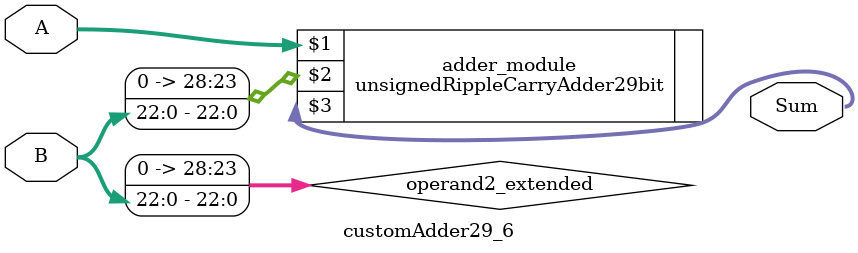
<source format=v>

module customAdder29_6(
                    input [28 : 0] A,
                    input [22 : 0] B,
                    
                    output [29 : 0] Sum
            );

    wire [28 : 0] operand2_extended;
    
    assign operand2_extended =  {6'b0, B};
    
    unsignedRippleCarryAdder29bit adder_module(
        A,
        operand2_extended,
        Sum
    );
    
endmodule
        
</source>
